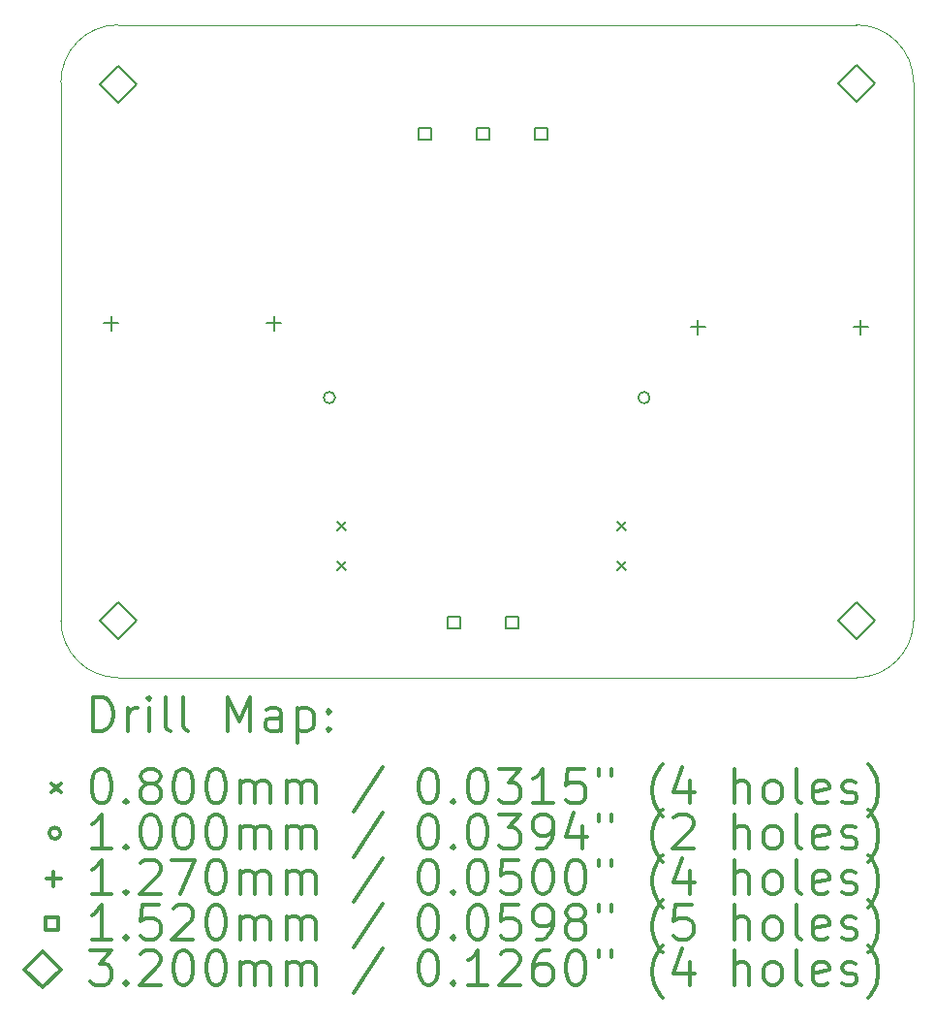
<source format=gbr>
%FSLAX45Y45*%
G04 Gerber Fmt 4.5, Leading zero omitted, Abs format (unit mm)*
G04 Created by KiCad (PCBNEW 5.1.10) date 2021-08-16 10:49:48*
%MOMM*%
%LPD*%
G01*
G04 APERTURE LIST*
%TA.AperFunction,Profile*%
%ADD10C,0.050000*%
%TD*%
%ADD11C,0.200000*%
%ADD12C,0.300000*%
G04 APERTURE END LIST*
D10*
X11550000Y-7625000D02*
G75*
G02*
X12050000Y-7125000I500000J0D01*
G01*
X19000000Y-12325000D02*
G75*
G02*
X18500000Y-12825000I-500000J0D01*
G01*
X12050000Y-12825000D02*
G75*
G02*
X11550000Y-12325000I0J500000D01*
G01*
X18500000Y-7125000D02*
G75*
G02*
X19000000Y-7625000I0J-500000D01*
G01*
X11550000Y-12325000D02*
X11550000Y-7625000D01*
X18500000Y-7125000D02*
X12050000Y-7125000D01*
X19000000Y-12325000D02*
X19000000Y-7625000D01*
X12050000Y-12825000D02*
X18500000Y-12825000D01*
D11*
X13960000Y-11460000D02*
X14040000Y-11540000D01*
X14040000Y-11460000D02*
X13960000Y-11540000D01*
X13960000Y-11810000D02*
X14040000Y-11890000D01*
X14040000Y-11810000D02*
X13960000Y-11890000D01*
X16410000Y-11460000D02*
X16490000Y-11540000D01*
X16490000Y-11460000D02*
X16410000Y-11540000D01*
X16410000Y-11810000D02*
X16490000Y-11890000D01*
X16490000Y-11810000D02*
X16410000Y-11890000D01*
X13945000Y-10380000D02*
G75*
G03*
X13945000Y-10380000I-50000J0D01*
G01*
X16695000Y-10380000D02*
G75*
G03*
X16695000Y-10380000I-50000J0D01*
G01*
X11988800Y-9664700D02*
X11988800Y-9791700D01*
X11925300Y-9728200D02*
X12052300Y-9728200D01*
X13411200Y-9664700D02*
X13411200Y-9791700D01*
X13347700Y-9728200D02*
X13474700Y-9728200D01*
X17113800Y-9701500D02*
X17113800Y-9828500D01*
X17050300Y-9765000D02*
X17177300Y-9765000D01*
X18536200Y-9701500D02*
X18536200Y-9828500D01*
X18472700Y-9765000D02*
X18599700Y-9765000D01*
X14785741Y-8130941D02*
X14785741Y-8023459D01*
X14678259Y-8023459D01*
X14678259Y-8130941D01*
X14785741Y-8130941D01*
X15039741Y-12398141D02*
X15039741Y-12290659D01*
X14932259Y-12290659D01*
X14932259Y-12398141D01*
X15039741Y-12398141D01*
X15293741Y-8130941D02*
X15293741Y-8023459D01*
X15186259Y-8023459D01*
X15186259Y-8130941D01*
X15293741Y-8130941D01*
X15547741Y-12398141D02*
X15547741Y-12290659D01*
X15440259Y-12290659D01*
X15440259Y-12398141D01*
X15547741Y-12398141D01*
X15801741Y-8130941D02*
X15801741Y-8023459D01*
X15694259Y-8023459D01*
X15694259Y-8130941D01*
X15801741Y-8130941D01*
X12050000Y-7804000D02*
X12210000Y-7644000D01*
X12050000Y-7484000D01*
X11890000Y-7644000D01*
X12050000Y-7804000D01*
X12050000Y-12484000D02*
X12210000Y-12324000D01*
X12050000Y-12164000D01*
X11890000Y-12324000D01*
X12050000Y-12484000D01*
X18500000Y-7795000D02*
X18660000Y-7635000D01*
X18500000Y-7475000D01*
X18340000Y-7635000D01*
X18500000Y-7795000D01*
X18500000Y-12489000D02*
X18660000Y-12329000D01*
X18500000Y-12169000D01*
X18340000Y-12329000D01*
X18500000Y-12489000D01*
D12*
X11833928Y-13293214D02*
X11833928Y-12993214D01*
X11905357Y-12993214D01*
X11948214Y-13007500D01*
X11976786Y-13036071D01*
X11991071Y-13064643D01*
X12005357Y-13121786D01*
X12005357Y-13164643D01*
X11991071Y-13221786D01*
X11976786Y-13250357D01*
X11948214Y-13278929D01*
X11905357Y-13293214D01*
X11833928Y-13293214D01*
X12133928Y-13293214D02*
X12133928Y-13093214D01*
X12133928Y-13150357D02*
X12148214Y-13121786D01*
X12162500Y-13107500D01*
X12191071Y-13093214D01*
X12219643Y-13093214D01*
X12319643Y-13293214D02*
X12319643Y-13093214D01*
X12319643Y-12993214D02*
X12305357Y-13007500D01*
X12319643Y-13021786D01*
X12333928Y-13007500D01*
X12319643Y-12993214D01*
X12319643Y-13021786D01*
X12505357Y-13293214D02*
X12476786Y-13278929D01*
X12462500Y-13250357D01*
X12462500Y-12993214D01*
X12662500Y-13293214D02*
X12633928Y-13278929D01*
X12619643Y-13250357D01*
X12619643Y-12993214D01*
X13005357Y-13293214D02*
X13005357Y-12993214D01*
X13105357Y-13207500D01*
X13205357Y-12993214D01*
X13205357Y-13293214D01*
X13476786Y-13293214D02*
X13476786Y-13136071D01*
X13462500Y-13107500D01*
X13433928Y-13093214D01*
X13376786Y-13093214D01*
X13348214Y-13107500D01*
X13476786Y-13278929D02*
X13448214Y-13293214D01*
X13376786Y-13293214D01*
X13348214Y-13278929D01*
X13333928Y-13250357D01*
X13333928Y-13221786D01*
X13348214Y-13193214D01*
X13376786Y-13178929D01*
X13448214Y-13178929D01*
X13476786Y-13164643D01*
X13619643Y-13093214D02*
X13619643Y-13393214D01*
X13619643Y-13107500D02*
X13648214Y-13093214D01*
X13705357Y-13093214D01*
X13733928Y-13107500D01*
X13748214Y-13121786D01*
X13762500Y-13150357D01*
X13762500Y-13236071D01*
X13748214Y-13264643D01*
X13733928Y-13278929D01*
X13705357Y-13293214D01*
X13648214Y-13293214D01*
X13619643Y-13278929D01*
X13891071Y-13264643D02*
X13905357Y-13278929D01*
X13891071Y-13293214D01*
X13876786Y-13278929D01*
X13891071Y-13264643D01*
X13891071Y-13293214D01*
X13891071Y-13107500D02*
X13905357Y-13121786D01*
X13891071Y-13136071D01*
X13876786Y-13121786D01*
X13891071Y-13107500D01*
X13891071Y-13136071D01*
X11467500Y-13747500D02*
X11547500Y-13827500D01*
X11547500Y-13747500D02*
X11467500Y-13827500D01*
X11891071Y-13623214D02*
X11919643Y-13623214D01*
X11948214Y-13637500D01*
X11962500Y-13651786D01*
X11976786Y-13680357D01*
X11991071Y-13737500D01*
X11991071Y-13808929D01*
X11976786Y-13866071D01*
X11962500Y-13894643D01*
X11948214Y-13908929D01*
X11919643Y-13923214D01*
X11891071Y-13923214D01*
X11862500Y-13908929D01*
X11848214Y-13894643D01*
X11833928Y-13866071D01*
X11819643Y-13808929D01*
X11819643Y-13737500D01*
X11833928Y-13680357D01*
X11848214Y-13651786D01*
X11862500Y-13637500D01*
X11891071Y-13623214D01*
X12119643Y-13894643D02*
X12133928Y-13908929D01*
X12119643Y-13923214D01*
X12105357Y-13908929D01*
X12119643Y-13894643D01*
X12119643Y-13923214D01*
X12305357Y-13751786D02*
X12276786Y-13737500D01*
X12262500Y-13723214D01*
X12248214Y-13694643D01*
X12248214Y-13680357D01*
X12262500Y-13651786D01*
X12276786Y-13637500D01*
X12305357Y-13623214D01*
X12362500Y-13623214D01*
X12391071Y-13637500D01*
X12405357Y-13651786D01*
X12419643Y-13680357D01*
X12419643Y-13694643D01*
X12405357Y-13723214D01*
X12391071Y-13737500D01*
X12362500Y-13751786D01*
X12305357Y-13751786D01*
X12276786Y-13766071D01*
X12262500Y-13780357D01*
X12248214Y-13808929D01*
X12248214Y-13866071D01*
X12262500Y-13894643D01*
X12276786Y-13908929D01*
X12305357Y-13923214D01*
X12362500Y-13923214D01*
X12391071Y-13908929D01*
X12405357Y-13894643D01*
X12419643Y-13866071D01*
X12419643Y-13808929D01*
X12405357Y-13780357D01*
X12391071Y-13766071D01*
X12362500Y-13751786D01*
X12605357Y-13623214D02*
X12633928Y-13623214D01*
X12662500Y-13637500D01*
X12676786Y-13651786D01*
X12691071Y-13680357D01*
X12705357Y-13737500D01*
X12705357Y-13808929D01*
X12691071Y-13866071D01*
X12676786Y-13894643D01*
X12662500Y-13908929D01*
X12633928Y-13923214D01*
X12605357Y-13923214D01*
X12576786Y-13908929D01*
X12562500Y-13894643D01*
X12548214Y-13866071D01*
X12533928Y-13808929D01*
X12533928Y-13737500D01*
X12548214Y-13680357D01*
X12562500Y-13651786D01*
X12576786Y-13637500D01*
X12605357Y-13623214D01*
X12891071Y-13623214D02*
X12919643Y-13623214D01*
X12948214Y-13637500D01*
X12962500Y-13651786D01*
X12976786Y-13680357D01*
X12991071Y-13737500D01*
X12991071Y-13808929D01*
X12976786Y-13866071D01*
X12962500Y-13894643D01*
X12948214Y-13908929D01*
X12919643Y-13923214D01*
X12891071Y-13923214D01*
X12862500Y-13908929D01*
X12848214Y-13894643D01*
X12833928Y-13866071D01*
X12819643Y-13808929D01*
X12819643Y-13737500D01*
X12833928Y-13680357D01*
X12848214Y-13651786D01*
X12862500Y-13637500D01*
X12891071Y-13623214D01*
X13119643Y-13923214D02*
X13119643Y-13723214D01*
X13119643Y-13751786D02*
X13133928Y-13737500D01*
X13162500Y-13723214D01*
X13205357Y-13723214D01*
X13233928Y-13737500D01*
X13248214Y-13766071D01*
X13248214Y-13923214D01*
X13248214Y-13766071D02*
X13262500Y-13737500D01*
X13291071Y-13723214D01*
X13333928Y-13723214D01*
X13362500Y-13737500D01*
X13376786Y-13766071D01*
X13376786Y-13923214D01*
X13519643Y-13923214D02*
X13519643Y-13723214D01*
X13519643Y-13751786D02*
X13533928Y-13737500D01*
X13562500Y-13723214D01*
X13605357Y-13723214D01*
X13633928Y-13737500D01*
X13648214Y-13766071D01*
X13648214Y-13923214D01*
X13648214Y-13766071D02*
X13662500Y-13737500D01*
X13691071Y-13723214D01*
X13733928Y-13723214D01*
X13762500Y-13737500D01*
X13776786Y-13766071D01*
X13776786Y-13923214D01*
X14362500Y-13608929D02*
X14105357Y-13994643D01*
X14748214Y-13623214D02*
X14776786Y-13623214D01*
X14805357Y-13637500D01*
X14819643Y-13651786D01*
X14833928Y-13680357D01*
X14848214Y-13737500D01*
X14848214Y-13808929D01*
X14833928Y-13866071D01*
X14819643Y-13894643D01*
X14805357Y-13908929D01*
X14776786Y-13923214D01*
X14748214Y-13923214D01*
X14719643Y-13908929D01*
X14705357Y-13894643D01*
X14691071Y-13866071D01*
X14676786Y-13808929D01*
X14676786Y-13737500D01*
X14691071Y-13680357D01*
X14705357Y-13651786D01*
X14719643Y-13637500D01*
X14748214Y-13623214D01*
X14976786Y-13894643D02*
X14991071Y-13908929D01*
X14976786Y-13923214D01*
X14962500Y-13908929D01*
X14976786Y-13894643D01*
X14976786Y-13923214D01*
X15176786Y-13623214D02*
X15205357Y-13623214D01*
X15233928Y-13637500D01*
X15248214Y-13651786D01*
X15262500Y-13680357D01*
X15276786Y-13737500D01*
X15276786Y-13808929D01*
X15262500Y-13866071D01*
X15248214Y-13894643D01*
X15233928Y-13908929D01*
X15205357Y-13923214D01*
X15176786Y-13923214D01*
X15148214Y-13908929D01*
X15133928Y-13894643D01*
X15119643Y-13866071D01*
X15105357Y-13808929D01*
X15105357Y-13737500D01*
X15119643Y-13680357D01*
X15133928Y-13651786D01*
X15148214Y-13637500D01*
X15176786Y-13623214D01*
X15376786Y-13623214D02*
X15562500Y-13623214D01*
X15462500Y-13737500D01*
X15505357Y-13737500D01*
X15533928Y-13751786D01*
X15548214Y-13766071D01*
X15562500Y-13794643D01*
X15562500Y-13866071D01*
X15548214Y-13894643D01*
X15533928Y-13908929D01*
X15505357Y-13923214D01*
X15419643Y-13923214D01*
X15391071Y-13908929D01*
X15376786Y-13894643D01*
X15848214Y-13923214D02*
X15676786Y-13923214D01*
X15762500Y-13923214D02*
X15762500Y-13623214D01*
X15733928Y-13666071D01*
X15705357Y-13694643D01*
X15676786Y-13708929D01*
X16119643Y-13623214D02*
X15976786Y-13623214D01*
X15962500Y-13766071D01*
X15976786Y-13751786D01*
X16005357Y-13737500D01*
X16076786Y-13737500D01*
X16105357Y-13751786D01*
X16119643Y-13766071D01*
X16133928Y-13794643D01*
X16133928Y-13866071D01*
X16119643Y-13894643D01*
X16105357Y-13908929D01*
X16076786Y-13923214D01*
X16005357Y-13923214D01*
X15976786Y-13908929D01*
X15962500Y-13894643D01*
X16248214Y-13623214D02*
X16248214Y-13680357D01*
X16362500Y-13623214D02*
X16362500Y-13680357D01*
X16805357Y-14037500D02*
X16791071Y-14023214D01*
X16762500Y-13980357D01*
X16748214Y-13951786D01*
X16733928Y-13908929D01*
X16719643Y-13837500D01*
X16719643Y-13780357D01*
X16733928Y-13708929D01*
X16748214Y-13666071D01*
X16762500Y-13637500D01*
X16791071Y-13594643D01*
X16805357Y-13580357D01*
X17048214Y-13723214D02*
X17048214Y-13923214D01*
X16976786Y-13608929D02*
X16905357Y-13823214D01*
X17091071Y-13823214D01*
X17433928Y-13923214D02*
X17433928Y-13623214D01*
X17562500Y-13923214D02*
X17562500Y-13766071D01*
X17548214Y-13737500D01*
X17519643Y-13723214D01*
X17476786Y-13723214D01*
X17448214Y-13737500D01*
X17433928Y-13751786D01*
X17748214Y-13923214D02*
X17719643Y-13908929D01*
X17705357Y-13894643D01*
X17691071Y-13866071D01*
X17691071Y-13780357D01*
X17705357Y-13751786D01*
X17719643Y-13737500D01*
X17748214Y-13723214D01*
X17791071Y-13723214D01*
X17819643Y-13737500D01*
X17833928Y-13751786D01*
X17848214Y-13780357D01*
X17848214Y-13866071D01*
X17833928Y-13894643D01*
X17819643Y-13908929D01*
X17791071Y-13923214D01*
X17748214Y-13923214D01*
X18019643Y-13923214D02*
X17991071Y-13908929D01*
X17976786Y-13880357D01*
X17976786Y-13623214D01*
X18248214Y-13908929D02*
X18219643Y-13923214D01*
X18162500Y-13923214D01*
X18133928Y-13908929D01*
X18119643Y-13880357D01*
X18119643Y-13766071D01*
X18133928Y-13737500D01*
X18162500Y-13723214D01*
X18219643Y-13723214D01*
X18248214Y-13737500D01*
X18262500Y-13766071D01*
X18262500Y-13794643D01*
X18119643Y-13823214D01*
X18376786Y-13908929D02*
X18405357Y-13923214D01*
X18462500Y-13923214D01*
X18491071Y-13908929D01*
X18505357Y-13880357D01*
X18505357Y-13866071D01*
X18491071Y-13837500D01*
X18462500Y-13823214D01*
X18419643Y-13823214D01*
X18391071Y-13808929D01*
X18376786Y-13780357D01*
X18376786Y-13766071D01*
X18391071Y-13737500D01*
X18419643Y-13723214D01*
X18462500Y-13723214D01*
X18491071Y-13737500D01*
X18605357Y-14037500D02*
X18619643Y-14023214D01*
X18648214Y-13980357D01*
X18662500Y-13951786D01*
X18676786Y-13908929D01*
X18691071Y-13837500D01*
X18691071Y-13780357D01*
X18676786Y-13708929D01*
X18662500Y-13666071D01*
X18648214Y-13637500D01*
X18619643Y-13594643D01*
X18605357Y-13580357D01*
X11547500Y-14183500D02*
G75*
G03*
X11547500Y-14183500I-50000J0D01*
G01*
X11991071Y-14319214D02*
X11819643Y-14319214D01*
X11905357Y-14319214D02*
X11905357Y-14019214D01*
X11876786Y-14062071D01*
X11848214Y-14090643D01*
X11819643Y-14104929D01*
X12119643Y-14290643D02*
X12133928Y-14304929D01*
X12119643Y-14319214D01*
X12105357Y-14304929D01*
X12119643Y-14290643D01*
X12119643Y-14319214D01*
X12319643Y-14019214D02*
X12348214Y-14019214D01*
X12376786Y-14033500D01*
X12391071Y-14047786D01*
X12405357Y-14076357D01*
X12419643Y-14133500D01*
X12419643Y-14204929D01*
X12405357Y-14262071D01*
X12391071Y-14290643D01*
X12376786Y-14304929D01*
X12348214Y-14319214D01*
X12319643Y-14319214D01*
X12291071Y-14304929D01*
X12276786Y-14290643D01*
X12262500Y-14262071D01*
X12248214Y-14204929D01*
X12248214Y-14133500D01*
X12262500Y-14076357D01*
X12276786Y-14047786D01*
X12291071Y-14033500D01*
X12319643Y-14019214D01*
X12605357Y-14019214D02*
X12633928Y-14019214D01*
X12662500Y-14033500D01*
X12676786Y-14047786D01*
X12691071Y-14076357D01*
X12705357Y-14133500D01*
X12705357Y-14204929D01*
X12691071Y-14262071D01*
X12676786Y-14290643D01*
X12662500Y-14304929D01*
X12633928Y-14319214D01*
X12605357Y-14319214D01*
X12576786Y-14304929D01*
X12562500Y-14290643D01*
X12548214Y-14262071D01*
X12533928Y-14204929D01*
X12533928Y-14133500D01*
X12548214Y-14076357D01*
X12562500Y-14047786D01*
X12576786Y-14033500D01*
X12605357Y-14019214D01*
X12891071Y-14019214D02*
X12919643Y-14019214D01*
X12948214Y-14033500D01*
X12962500Y-14047786D01*
X12976786Y-14076357D01*
X12991071Y-14133500D01*
X12991071Y-14204929D01*
X12976786Y-14262071D01*
X12962500Y-14290643D01*
X12948214Y-14304929D01*
X12919643Y-14319214D01*
X12891071Y-14319214D01*
X12862500Y-14304929D01*
X12848214Y-14290643D01*
X12833928Y-14262071D01*
X12819643Y-14204929D01*
X12819643Y-14133500D01*
X12833928Y-14076357D01*
X12848214Y-14047786D01*
X12862500Y-14033500D01*
X12891071Y-14019214D01*
X13119643Y-14319214D02*
X13119643Y-14119214D01*
X13119643Y-14147786D02*
X13133928Y-14133500D01*
X13162500Y-14119214D01*
X13205357Y-14119214D01*
X13233928Y-14133500D01*
X13248214Y-14162071D01*
X13248214Y-14319214D01*
X13248214Y-14162071D02*
X13262500Y-14133500D01*
X13291071Y-14119214D01*
X13333928Y-14119214D01*
X13362500Y-14133500D01*
X13376786Y-14162071D01*
X13376786Y-14319214D01*
X13519643Y-14319214D02*
X13519643Y-14119214D01*
X13519643Y-14147786D02*
X13533928Y-14133500D01*
X13562500Y-14119214D01*
X13605357Y-14119214D01*
X13633928Y-14133500D01*
X13648214Y-14162071D01*
X13648214Y-14319214D01*
X13648214Y-14162071D02*
X13662500Y-14133500D01*
X13691071Y-14119214D01*
X13733928Y-14119214D01*
X13762500Y-14133500D01*
X13776786Y-14162071D01*
X13776786Y-14319214D01*
X14362500Y-14004929D02*
X14105357Y-14390643D01*
X14748214Y-14019214D02*
X14776786Y-14019214D01*
X14805357Y-14033500D01*
X14819643Y-14047786D01*
X14833928Y-14076357D01*
X14848214Y-14133500D01*
X14848214Y-14204929D01*
X14833928Y-14262071D01*
X14819643Y-14290643D01*
X14805357Y-14304929D01*
X14776786Y-14319214D01*
X14748214Y-14319214D01*
X14719643Y-14304929D01*
X14705357Y-14290643D01*
X14691071Y-14262071D01*
X14676786Y-14204929D01*
X14676786Y-14133500D01*
X14691071Y-14076357D01*
X14705357Y-14047786D01*
X14719643Y-14033500D01*
X14748214Y-14019214D01*
X14976786Y-14290643D02*
X14991071Y-14304929D01*
X14976786Y-14319214D01*
X14962500Y-14304929D01*
X14976786Y-14290643D01*
X14976786Y-14319214D01*
X15176786Y-14019214D02*
X15205357Y-14019214D01*
X15233928Y-14033500D01*
X15248214Y-14047786D01*
X15262500Y-14076357D01*
X15276786Y-14133500D01*
X15276786Y-14204929D01*
X15262500Y-14262071D01*
X15248214Y-14290643D01*
X15233928Y-14304929D01*
X15205357Y-14319214D01*
X15176786Y-14319214D01*
X15148214Y-14304929D01*
X15133928Y-14290643D01*
X15119643Y-14262071D01*
X15105357Y-14204929D01*
X15105357Y-14133500D01*
X15119643Y-14076357D01*
X15133928Y-14047786D01*
X15148214Y-14033500D01*
X15176786Y-14019214D01*
X15376786Y-14019214D02*
X15562500Y-14019214D01*
X15462500Y-14133500D01*
X15505357Y-14133500D01*
X15533928Y-14147786D01*
X15548214Y-14162071D01*
X15562500Y-14190643D01*
X15562500Y-14262071D01*
X15548214Y-14290643D01*
X15533928Y-14304929D01*
X15505357Y-14319214D01*
X15419643Y-14319214D01*
X15391071Y-14304929D01*
X15376786Y-14290643D01*
X15705357Y-14319214D02*
X15762500Y-14319214D01*
X15791071Y-14304929D01*
X15805357Y-14290643D01*
X15833928Y-14247786D01*
X15848214Y-14190643D01*
X15848214Y-14076357D01*
X15833928Y-14047786D01*
X15819643Y-14033500D01*
X15791071Y-14019214D01*
X15733928Y-14019214D01*
X15705357Y-14033500D01*
X15691071Y-14047786D01*
X15676786Y-14076357D01*
X15676786Y-14147786D01*
X15691071Y-14176357D01*
X15705357Y-14190643D01*
X15733928Y-14204929D01*
X15791071Y-14204929D01*
X15819643Y-14190643D01*
X15833928Y-14176357D01*
X15848214Y-14147786D01*
X16105357Y-14119214D02*
X16105357Y-14319214D01*
X16033928Y-14004929D02*
X15962500Y-14219214D01*
X16148214Y-14219214D01*
X16248214Y-14019214D02*
X16248214Y-14076357D01*
X16362500Y-14019214D02*
X16362500Y-14076357D01*
X16805357Y-14433500D02*
X16791071Y-14419214D01*
X16762500Y-14376357D01*
X16748214Y-14347786D01*
X16733928Y-14304929D01*
X16719643Y-14233500D01*
X16719643Y-14176357D01*
X16733928Y-14104929D01*
X16748214Y-14062071D01*
X16762500Y-14033500D01*
X16791071Y-13990643D01*
X16805357Y-13976357D01*
X16905357Y-14047786D02*
X16919643Y-14033500D01*
X16948214Y-14019214D01*
X17019643Y-14019214D01*
X17048214Y-14033500D01*
X17062500Y-14047786D01*
X17076786Y-14076357D01*
X17076786Y-14104929D01*
X17062500Y-14147786D01*
X16891071Y-14319214D01*
X17076786Y-14319214D01*
X17433928Y-14319214D02*
X17433928Y-14019214D01*
X17562500Y-14319214D02*
X17562500Y-14162071D01*
X17548214Y-14133500D01*
X17519643Y-14119214D01*
X17476786Y-14119214D01*
X17448214Y-14133500D01*
X17433928Y-14147786D01*
X17748214Y-14319214D02*
X17719643Y-14304929D01*
X17705357Y-14290643D01*
X17691071Y-14262071D01*
X17691071Y-14176357D01*
X17705357Y-14147786D01*
X17719643Y-14133500D01*
X17748214Y-14119214D01*
X17791071Y-14119214D01*
X17819643Y-14133500D01*
X17833928Y-14147786D01*
X17848214Y-14176357D01*
X17848214Y-14262071D01*
X17833928Y-14290643D01*
X17819643Y-14304929D01*
X17791071Y-14319214D01*
X17748214Y-14319214D01*
X18019643Y-14319214D02*
X17991071Y-14304929D01*
X17976786Y-14276357D01*
X17976786Y-14019214D01*
X18248214Y-14304929D02*
X18219643Y-14319214D01*
X18162500Y-14319214D01*
X18133928Y-14304929D01*
X18119643Y-14276357D01*
X18119643Y-14162071D01*
X18133928Y-14133500D01*
X18162500Y-14119214D01*
X18219643Y-14119214D01*
X18248214Y-14133500D01*
X18262500Y-14162071D01*
X18262500Y-14190643D01*
X18119643Y-14219214D01*
X18376786Y-14304929D02*
X18405357Y-14319214D01*
X18462500Y-14319214D01*
X18491071Y-14304929D01*
X18505357Y-14276357D01*
X18505357Y-14262071D01*
X18491071Y-14233500D01*
X18462500Y-14219214D01*
X18419643Y-14219214D01*
X18391071Y-14204929D01*
X18376786Y-14176357D01*
X18376786Y-14162071D01*
X18391071Y-14133500D01*
X18419643Y-14119214D01*
X18462500Y-14119214D01*
X18491071Y-14133500D01*
X18605357Y-14433500D02*
X18619643Y-14419214D01*
X18648214Y-14376357D01*
X18662500Y-14347786D01*
X18676786Y-14304929D01*
X18691071Y-14233500D01*
X18691071Y-14176357D01*
X18676786Y-14104929D01*
X18662500Y-14062071D01*
X18648214Y-14033500D01*
X18619643Y-13990643D01*
X18605357Y-13976357D01*
X11484000Y-14516000D02*
X11484000Y-14643000D01*
X11420500Y-14579500D02*
X11547500Y-14579500D01*
X11991071Y-14715214D02*
X11819643Y-14715214D01*
X11905357Y-14715214D02*
X11905357Y-14415214D01*
X11876786Y-14458071D01*
X11848214Y-14486643D01*
X11819643Y-14500929D01*
X12119643Y-14686643D02*
X12133928Y-14700929D01*
X12119643Y-14715214D01*
X12105357Y-14700929D01*
X12119643Y-14686643D01*
X12119643Y-14715214D01*
X12248214Y-14443786D02*
X12262500Y-14429500D01*
X12291071Y-14415214D01*
X12362500Y-14415214D01*
X12391071Y-14429500D01*
X12405357Y-14443786D01*
X12419643Y-14472357D01*
X12419643Y-14500929D01*
X12405357Y-14543786D01*
X12233928Y-14715214D01*
X12419643Y-14715214D01*
X12519643Y-14415214D02*
X12719643Y-14415214D01*
X12591071Y-14715214D01*
X12891071Y-14415214D02*
X12919643Y-14415214D01*
X12948214Y-14429500D01*
X12962500Y-14443786D01*
X12976786Y-14472357D01*
X12991071Y-14529500D01*
X12991071Y-14600929D01*
X12976786Y-14658071D01*
X12962500Y-14686643D01*
X12948214Y-14700929D01*
X12919643Y-14715214D01*
X12891071Y-14715214D01*
X12862500Y-14700929D01*
X12848214Y-14686643D01*
X12833928Y-14658071D01*
X12819643Y-14600929D01*
X12819643Y-14529500D01*
X12833928Y-14472357D01*
X12848214Y-14443786D01*
X12862500Y-14429500D01*
X12891071Y-14415214D01*
X13119643Y-14715214D02*
X13119643Y-14515214D01*
X13119643Y-14543786D02*
X13133928Y-14529500D01*
X13162500Y-14515214D01*
X13205357Y-14515214D01*
X13233928Y-14529500D01*
X13248214Y-14558071D01*
X13248214Y-14715214D01*
X13248214Y-14558071D02*
X13262500Y-14529500D01*
X13291071Y-14515214D01*
X13333928Y-14515214D01*
X13362500Y-14529500D01*
X13376786Y-14558071D01*
X13376786Y-14715214D01*
X13519643Y-14715214D02*
X13519643Y-14515214D01*
X13519643Y-14543786D02*
X13533928Y-14529500D01*
X13562500Y-14515214D01*
X13605357Y-14515214D01*
X13633928Y-14529500D01*
X13648214Y-14558071D01*
X13648214Y-14715214D01*
X13648214Y-14558071D02*
X13662500Y-14529500D01*
X13691071Y-14515214D01*
X13733928Y-14515214D01*
X13762500Y-14529500D01*
X13776786Y-14558071D01*
X13776786Y-14715214D01*
X14362500Y-14400929D02*
X14105357Y-14786643D01*
X14748214Y-14415214D02*
X14776786Y-14415214D01*
X14805357Y-14429500D01*
X14819643Y-14443786D01*
X14833928Y-14472357D01*
X14848214Y-14529500D01*
X14848214Y-14600929D01*
X14833928Y-14658071D01*
X14819643Y-14686643D01*
X14805357Y-14700929D01*
X14776786Y-14715214D01*
X14748214Y-14715214D01*
X14719643Y-14700929D01*
X14705357Y-14686643D01*
X14691071Y-14658071D01*
X14676786Y-14600929D01*
X14676786Y-14529500D01*
X14691071Y-14472357D01*
X14705357Y-14443786D01*
X14719643Y-14429500D01*
X14748214Y-14415214D01*
X14976786Y-14686643D02*
X14991071Y-14700929D01*
X14976786Y-14715214D01*
X14962500Y-14700929D01*
X14976786Y-14686643D01*
X14976786Y-14715214D01*
X15176786Y-14415214D02*
X15205357Y-14415214D01*
X15233928Y-14429500D01*
X15248214Y-14443786D01*
X15262500Y-14472357D01*
X15276786Y-14529500D01*
X15276786Y-14600929D01*
X15262500Y-14658071D01*
X15248214Y-14686643D01*
X15233928Y-14700929D01*
X15205357Y-14715214D01*
X15176786Y-14715214D01*
X15148214Y-14700929D01*
X15133928Y-14686643D01*
X15119643Y-14658071D01*
X15105357Y-14600929D01*
X15105357Y-14529500D01*
X15119643Y-14472357D01*
X15133928Y-14443786D01*
X15148214Y-14429500D01*
X15176786Y-14415214D01*
X15548214Y-14415214D02*
X15405357Y-14415214D01*
X15391071Y-14558071D01*
X15405357Y-14543786D01*
X15433928Y-14529500D01*
X15505357Y-14529500D01*
X15533928Y-14543786D01*
X15548214Y-14558071D01*
X15562500Y-14586643D01*
X15562500Y-14658071D01*
X15548214Y-14686643D01*
X15533928Y-14700929D01*
X15505357Y-14715214D01*
X15433928Y-14715214D01*
X15405357Y-14700929D01*
X15391071Y-14686643D01*
X15748214Y-14415214D02*
X15776786Y-14415214D01*
X15805357Y-14429500D01*
X15819643Y-14443786D01*
X15833928Y-14472357D01*
X15848214Y-14529500D01*
X15848214Y-14600929D01*
X15833928Y-14658071D01*
X15819643Y-14686643D01*
X15805357Y-14700929D01*
X15776786Y-14715214D01*
X15748214Y-14715214D01*
X15719643Y-14700929D01*
X15705357Y-14686643D01*
X15691071Y-14658071D01*
X15676786Y-14600929D01*
X15676786Y-14529500D01*
X15691071Y-14472357D01*
X15705357Y-14443786D01*
X15719643Y-14429500D01*
X15748214Y-14415214D01*
X16033928Y-14415214D02*
X16062500Y-14415214D01*
X16091071Y-14429500D01*
X16105357Y-14443786D01*
X16119643Y-14472357D01*
X16133928Y-14529500D01*
X16133928Y-14600929D01*
X16119643Y-14658071D01*
X16105357Y-14686643D01*
X16091071Y-14700929D01*
X16062500Y-14715214D01*
X16033928Y-14715214D01*
X16005357Y-14700929D01*
X15991071Y-14686643D01*
X15976786Y-14658071D01*
X15962500Y-14600929D01*
X15962500Y-14529500D01*
X15976786Y-14472357D01*
X15991071Y-14443786D01*
X16005357Y-14429500D01*
X16033928Y-14415214D01*
X16248214Y-14415214D02*
X16248214Y-14472357D01*
X16362500Y-14415214D02*
X16362500Y-14472357D01*
X16805357Y-14829500D02*
X16791071Y-14815214D01*
X16762500Y-14772357D01*
X16748214Y-14743786D01*
X16733928Y-14700929D01*
X16719643Y-14629500D01*
X16719643Y-14572357D01*
X16733928Y-14500929D01*
X16748214Y-14458071D01*
X16762500Y-14429500D01*
X16791071Y-14386643D01*
X16805357Y-14372357D01*
X17048214Y-14515214D02*
X17048214Y-14715214D01*
X16976786Y-14400929D02*
X16905357Y-14615214D01*
X17091071Y-14615214D01*
X17433928Y-14715214D02*
X17433928Y-14415214D01*
X17562500Y-14715214D02*
X17562500Y-14558071D01*
X17548214Y-14529500D01*
X17519643Y-14515214D01*
X17476786Y-14515214D01*
X17448214Y-14529500D01*
X17433928Y-14543786D01*
X17748214Y-14715214D02*
X17719643Y-14700929D01*
X17705357Y-14686643D01*
X17691071Y-14658071D01*
X17691071Y-14572357D01*
X17705357Y-14543786D01*
X17719643Y-14529500D01*
X17748214Y-14515214D01*
X17791071Y-14515214D01*
X17819643Y-14529500D01*
X17833928Y-14543786D01*
X17848214Y-14572357D01*
X17848214Y-14658071D01*
X17833928Y-14686643D01*
X17819643Y-14700929D01*
X17791071Y-14715214D01*
X17748214Y-14715214D01*
X18019643Y-14715214D02*
X17991071Y-14700929D01*
X17976786Y-14672357D01*
X17976786Y-14415214D01*
X18248214Y-14700929D02*
X18219643Y-14715214D01*
X18162500Y-14715214D01*
X18133928Y-14700929D01*
X18119643Y-14672357D01*
X18119643Y-14558071D01*
X18133928Y-14529500D01*
X18162500Y-14515214D01*
X18219643Y-14515214D01*
X18248214Y-14529500D01*
X18262500Y-14558071D01*
X18262500Y-14586643D01*
X18119643Y-14615214D01*
X18376786Y-14700929D02*
X18405357Y-14715214D01*
X18462500Y-14715214D01*
X18491071Y-14700929D01*
X18505357Y-14672357D01*
X18505357Y-14658071D01*
X18491071Y-14629500D01*
X18462500Y-14615214D01*
X18419643Y-14615214D01*
X18391071Y-14600929D01*
X18376786Y-14572357D01*
X18376786Y-14558071D01*
X18391071Y-14529500D01*
X18419643Y-14515214D01*
X18462500Y-14515214D01*
X18491071Y-14529500D01*
X18605357Y-14829500D02*
X18619643Y-14815214D01*
X18648214Y-14772357D01*
X18662500Y-14743786D01*
X18676786Y-14700929D01*
X18691071Y-14629500D01*
X18691071Y-14572357D01*
X18676786Y-14500929D01*
X18662500Y-14458071D01*
X18648214Y-14429500D01*
X18619643Y-14386643D01*
X18605357Y-14372357D01*
X11525240Y-15029241D02*
X11525240Y-14921759D01*
X11417759Y-14921759D01*
X11417759Y-15029241D01*
X11525240Y-15029241D01*
X11991071Y-15111214D02*
X11819643Y-15111214D01*
X11905357Y-15111214D02*
X11905357Y-14811214D01*
X11876786Y-14854071D01*
X11848214Y-14882643D01*
X11819643Y-14896929D01*
X12119643Y-15082643D02*
X12133928Y-15096929D01*
X12119643Y-15111214D01*
X12105357Y-15096929D01*
X12119643Y-15082643D01*
X12119643Y-15111214D01*
X12405357Y-14811214D02*
X12262500Y-14811214D01*
X12248214Y-14954071D01*
X12262500Y-14939786D01*
X12291071Y-14925500D01*
X12362500Y-14925500D01*
X12391071Y-14939786D01*
X12405357Y-14954071D01*
X12419643Y-14982643D01*
X12419643Y-15054071D01*
X12405357Y-15082643D01*
X12391071Y-15096929D01*
X12362500Y-15111214D01*
X12291071Y-15111214D01*
X12262500Y-15096929D01*
X12248214Y-15082643D01*
X12533928Y-14839786D02*
X12548214Y-14825500D01*
X12576786Y-14811214D01*
X12648214Y-14811214D01*
X12676786Y-14825500D01*
X12691071Y-14839786D01*
X12705357Y-14868357D01*
X12705357Y-14896929D01*
X12691071Y-14939786D01*
X12519643Y-15111214D01*
X12705357Y-15111214D01*
X12891071Y-14811214D02*
X12919643Y-14811214D01*
X12948214Y-14825500D01*
X12962500Y-14839786D01*
X12976786Y-14868357D01*
X12991071Y-14925500D01*
X12991071Y-14996929D01*
X12976786Y-15054071D01*
X12962500Y-15082643D01*
X12948214Y-15096929D01*
X12919643Y-15111214D01*
X12891071Y-15111214D01*
X12862500Y-15096929D01*
X12848214Y-15082643D01*
X12833928Y-15054071D01*
X12819643Y-14996929D01*
X12819643Y-14925500D01*
X12833928Y-14868357D01*
X12848214Y-14839786D01*
X12862500Y-14825500D01*
X12891071Y-14811214D01*
X13119643Y-15111214D02*
X13119643Y-14911214D01*
X13119643Y-14939786D02*
X13133928Y-14925500D01*
X13162500Y-14911214D01*
X13205357Y-14911214D01*
X13233928Y-14925500D01*
X13248214Y-14954071D01*
X13248214Y-15111214D01*
X13248214Y-14954071D02*
X13262500Y-14925500D01*
X13291071Y-14911214D01*
X13333928Y-14911214D01*
X13362500Y-14925500D01*
X13376786Y-14954071D01*
X13376786Y-15111214D01*
X13519643Y-15111214D02*
X13519643Y-14911214D01*
X13519643Y-14939786D02*
X13533928Y-14925500D01*
X13562500Y-14911214D01*
X13605357Y-14911214D01*
X13633928Y-14925500D01*
X13648214Y-14954071D01*
X13648214Y-15111214D01*
X13648214Y-14954071D02*
X13662500Y-14925500D01*
X13691071Y-14911214D01*
X13733928Y-14911214D01*
X13762500Y-14925500D01*
X13776786Y-14954071D01*
X13776786Y-15111214D01*
X14362500Y-14796929D02*
X14105357Y-15182643D01*
X14748214Y-14811214D02*
X14776786Y-14811214D01*
X14805357Y-14825500D01*
X14819643Y-14839786D01*
X14833928Y-14868357D01*
X14848214Y-14925500D01*
X14848214Y-14996929D01*
X14833928Y-15054071D01*
X14819643Y-15082643D01*
X14805357Y-15096929D01*
X14776786Y-15111214D01*
X14748214Y-15111214D01*
X14719643Y-15096929D01*
X14705357Y-15082643D01*
X14691071Y-15054071D01*
X14676786Y-14996929D01*
X14676786Y-14925500D01*
X14691071Y-14868357D01*
X14705357Y-14839786D01*
X14719643Y-14825500D01*
X14748214Y-14811214D01*
X14976786Y-15082643D02*
X14991071Y-15096929D01*
X14976786Y-15111214D01*
X14962500Y-15096929D01*
X14976786Y-15082643D01*
X14976786Y-15111214D01*
X15176786Y-14811214D02*
X15205357Y-14811214D01*
X15233928Y-14825500D01*
X15248214Y-14839786D01*
X15262500Y-14868357D01*
X15276786Y-14925500D01*
X15276786Y-14996929D01*
X15262500Y-15054071D01*
X15248214Y-15082643D01*
X15233928Y-15096929D01*
X15205357Y-15111214D01*
X15176786Y-15111214D01*
X15148214Y-15096929D01*
X15133928Y-15082643D01*
X15119643Y-15054071D01*
X15105357Y-14996929D01*
X15105357Y-14925500D01*
X15119643Y-14868357D01*
X15133928Y-14839786D01*
X15148214Y-14825500D01*
X15176786Y-14811214D01*
X15548214Y-14811214D02*
X15405357Y-14811214D01*
X15391071Y-14954071D01*
X15405357Y-14939786D01*
X15433928Y-14925500D01*
X15505357Y-14925500D01*
X15533928Y-14939786D01*
X15548214Y-14954071D01*
X15562500Y-14982643D01*
X15562500Y-15054071D01*
X15548214Y-15082643D01*
X15533928Y-15096929D01*
X15505357Y-15111214D01*
X15433928Y-15111214D01*
X15405357Y-15096929D01*
X15391071Y-15082643D01*
X15705357Y-15111214D02*
X15762500Y-15111214D01*
X15791071Y-15096929D01*
X15805357Y-15082643D01*
X15833928Y-15039786D01*
X15848214Y-14982643D01*
X15848214Y-14868357D01*
X15833928Y-14839786D01*
X15819643Y-14825500D01*
X15791071Y-14811214D01*
X15733928Y-14811214D01*
X15705357Y-14825500D01*
X15691071Y-14839786D01*
X15676786Y-14868357D01*
X15676786Y-14939786D01*
X15691071Y-14968357D01*
X15705357Y-14982643D01*
X15733928Y-14996929D01*
X15791071Y-14996929D01*
X15819643Y-14982643D01*
X15833928Y-14968357D01*
X15848214Y-14939786D01*
X16019643Y-14939786D02*
X15991071Y-14925500D01*
X15976786Y-14911214D01*
X15962500Y-14882643D01*
X15962500Y-14868357D01*
X15976786Y-14839786D01*
X15991071Y-14825500D01*
X16019643Y-14811214D01*
X16076786Y-14811214D01*
X16105357Y-14825500D01*
X16119643Y-14839786D01*
X16133928Y-14868357D01*
X16133928Y-14882643D01*
X16119643Y-14911214D01*
X16105357Y-14925500D01*
X16076786Y-14939786D01*
X16019643Y-14939786D01*
X15991071Y-14954071D01*
X15976786Y-14968357D01*
X15962500Y-14996929D01*
X15962500Y-15054071D01*
X15976786Y-15082643D01*
X15991071Y-15096929D01*
X16019643Y-15111214D01*
X16076786Y-15111214D01*
X16105357Y-15096929D01*
X16119643Y-15082643D01*
X16133928Y-15054071D01*
X16133928Y-14996929D01*
X16119643Y-14968357D01*
X16105357Y-14954071D01*
X16076786Y-14939786D01*
X16248214Y-14811214D02*
X16248214Y-14868357D01*
X16362500Y-14811214D02*
X16362500Y-14868357D01*
X16805357Y-15225500D02*
X16791071Y-15211214D01*
X16762500Y-15168357D01*
X16748214Y-15139786D01*
X16733928Y-15096929D01*
X16719643Y-15025500D01*
X16719643Y-14968357D01*
X16733928Y-14896929D01*
X16748214Y-14854071D01*
X16762500Y-14825500D01*
X16791071Y-14782643D01*
X16805357Y-14768357D01*
X17062500Y-14811214D02*
X16919643Y-14811214D01*
X16905357Y-14954071D01*
X16919643Y-14939786D01*
X16948214Y-14925500D01*
X17019643Y-14925500D01*
X17048214Y-14939786D01*
X17062500Y-14954071D01*
X17076786Y-14982643D01*
X17076786Y-15054071D01*
X17062500Y-15082643D01*
X17048214Y-15096929D01*
X17019643Y-15111214D01*
X16948214Y-15111214D01*
X16919643Y-15096929D01*
X16905357Y-15082643D01*
X17433928Y-15111214D02*
X17433928Y-14811214D01*
X17562500Y-15111214D02*
X17562500Y-14954071D01*
X17548214Y-14925500D01*
X17519643Y-14911214D01*
X17476786Y-14911214D01*
X17448214Y-14925500D01*
X17433928Y-14939786D01*
X17748214Y-15111214D02*
X17719643Y-15096929D01*
X17705357Y-15082643D01*
X17691071Y-15054071D01*
X17691071Y-14968357D01*
X17705357Y-14939786D01*
X17719643Y-14925500D01*
X17748214Y-14911214D01*
X17791071Y-14911214D01*
X17819643Y-14925500D01*
X17833928Y-14939786D01*
X17848214Y-14968357D01*
X17848214Y-15054071D01*
X17833928Y-15082643D01*
X17819643Y-15096929D01*
X17791071Y-15111214D01*
X17748214Y-15111214D01*
X18019643Y-15111214D02*
X17991071Y-15096929D01*
X17976786Y-15068357D01*
X17976786Y-14811214D01*
X18248214Y-15096929D02*
X18219643Y-15111214D01*
X18162500Y-15111214D01*
X18133928Y-15096929D01*
X18119643Y-15068357D01*
X18119643Y-14954071D01*
X18133928Y-14925500D01*
X18162500Y-14911214D01*
X18219643Y-14911214D01*
X18248214Y-14925500D01*
X18262500Y-14954071D01*
X18262500Y-14982643D01*
X18119643Y-15011214D01*
X18376786Y-15096929D02*
X18405357Y-15111214D01*
X18462500Y-15111214D01*
X18491071Y-15096929D01*
X18505357Y-15068357D01*
X18505357Y-15054071D01*
X18491071Y-15025500D01*
X18462500Y-15011214D01*
X18419643Y-15011214D01*
X18391071Y-14996929D01*
X18376786Y-14968357D01*
X18376786Y-14954071D01*
X18391071Y-14925500D01*
X18419643Y-14911214D01*
X18462500Y-14911214D01*
X18491071Y-14925500D01*
X18605357Y-15225500D02*
X18619643Y-15211214D01*
X18648214Y-15168357D01*
X18662500Y-15139786D01*
X18676786Y-15096929D01*
X18691071Y-15025500D01*
X18691071Y-14968357D01*
X18676786Y-14896929D01*
X18662500Y-14854071D01*
X18648214Y-14825500D01*
X18619643Y-14782643D01*
X18605357Y-14768357D01*
X11387500Y-15531500D02*
X11547500Y-15371500D01*
X11387500Y-15211500D01*
X11227500Y-15371500D01*
X11387500Y-15531500D01*
X11805357Y-15207214D02*
X11991071Y-15207214D01*
X11891071Y-15321500D01*
X11933928Y-15321500D01*
X11962500Y-15335786D01*
X11976786Y-15350071D01*
X11991071Y-15378643D01*
X11991071Y-15450071D01*
X11976786Y-15478643D01*
X11962500Y-15492929D01*
X11933928Y-15507214D01*
X11848214Y-15507214D01*
X11819643Y-15492929D01*
X11805357Y-15478643D01*
X12119643Y-15478643D02*
X12133928Y-15492929D01*
X12119643Y-15507214D01*
X12105357Y-15492929D01*
X12119643Y-15478643D01*
X12119643Y-15507214D01*
X12248214Y-15235786D02*
X12262500Y-15221500D01*
X12291071Y-15207214D01*
X12362500Y-15207214D01*
X12391071Y-15221500D01*
X12405357Y-15235786D01*
X12419643Y-15264357D01*
X12419643Y-15292929D01*
X12405357Y-15335786D01*
X12233928Y-15507214D01*
X12419643Y-15507214D01*
X12605357Y-15207214D02*
X12633928Y-15207214D01*
X12662500Y-15221500D01*
X12676786Y-15235786D01*
X12691071Y-15264357D01*
X12705357Y-15321500D01*
X12705357Y-15392929D01*
X12691071Y-15450071D01*
X12676786Y-15478643D01*
X12662500Y-15492929D01*
X12633928Y-15507214D01*
X12605357Y-15507214D01*
X12576786Y-15492929D01*
X12562500Y-15478643D01*
X12548214Y-15450071D01*
X12533928Y-15392929D01*
X12533928Y-15321500D01*
X12548214Y-15264357D01*
X12562500Y-15235786D01*
X12576786Y-15221500D01*
X12605357Y-15207214D01*
X12891071Y-15207214D02*
X12919643Y-15207214D01*
X12948214Y-15221500D01*
X12962500Y-15235786D01*
X12976786Y-15264357D01*
X12991071Y-15321500D01*
X12991071Y-15392929D01*
X12976786Y-15450071D01*
X12962500Y-15478643D01*
X12948214Y-15492929D01*
X12919643Y-15507214D01*
X12891071Y-15507214D01*
X12862500Y-15492929D01*
X12848214Y-15478643D01*
X12833928Y-15450071D01*
X12819643Y-15392929D01*
X12819643Y-15321500D01*
X12833928Y-15264357D01*
X12848214Y-15235786D01*
X12862500Y-15221500D01*
X12891071Y-15207214D01*
X13119643Y-15507214D02*
X13119643Y-15307214D01*
X13119643Y-15335786D02*
X13133928Y-15321500D01*
X13162500Y-15307214D01*
X13205357Y-15307214D01*
X13233928Y-15321500D01*
X13248214Y-15350071D01*
X13248214Y-15507214D01*
X13248214Y-15350071D02*
X13262500Y-15321500D01*
X13291071Y-15307214D01*
X13333928Y-15307214D01*
X13362500Y-15321500D01*
X13376786Y-15350071D01*
X13376786Y-15507214D01*
X13519643Y-15507214D02*
X13519643Y-15307214D01*
X13519643Y-15335786D02*
X13533928Y-15321500D01*
X13562500Y-15307214D01*
X13605357Y-15307214D01*
X13633928Y-15321500D01*
X13648214Y-15350071D01*
X13648214Y-15507214D01*
X13648214Y-15350071D02*
X13662500Y-15321500D01*
X13691071Y-15307214D01*
X13733928Y-15307214D01*
X13762500Y-15321500D01*
X13776786Y-15350071D01*
X13776786Y-15507214D01*
X14362500Y-15192929D02*
X14105357Y-15578643D01*
X14748214Y-15207214D02*
X14776786Y-15207214D01*
X14805357Y-15221500D01*
X14819643Y-15235786D01*
X14833928Y-15264357D01*
X14848214Y-15321500D01*
X14848214Y-15392929D01*
X14833928Y-15450071D01*
X14819643Y-15478643D01*
X14805357Y-15492929D01*
X14776786Y-15507214D01*
X14748214Y-15507214D01*
X14719643Y-15492929D01*
X14705357Y-15478643D01*
X14691071Y-15450071D01*
X14676786Y-15392929D01*
X14676786Y-15321500D01*
X14691071Y-15264357D01*
X14705357Y-15235786D01*
X14719643Y-15221500D01*
X14748214Y-15207214D01*
X14976786Y-15478643D02*
X14991071Y-15492929D01*
X14976786Y-15507214D01*
X14962500Y-15492929D01*
X14976786Y-15478643D01*
X14976786Y-15507214D01*
X15276786Y-15507214D02*
X15105357Y-15507214D01*
X15191071Y-15507214D02*
X15191071Y-15207214D01*
X15162500Y-15250071D01*
X15133928Y-15278643D01*
X15105357Y-15292929D01*
X15391071Y-15235786D02*
X15405357Y-15221500D01*
X15433928Y-15207214D01*
X15505357Y-15207214D01*
X15533928Y-15221500D01*
X15548214Y-15235786D01*
X15562500Y-15264357D01*
X15562500Y-15292929D01*
X15548214Y-15335786D01*
X15376786Y-15507214D01*
X15562500Y-15507214D01*
X15819643Y-15207214D02*
X15762500Y-15207214D01*
X15733928Y-15221500D01*
X15719643Y-15235786D01*
X15691071Y-15278643D01*
X15676786Y-15335786D01*
X15676786Y-15450071D01*
X15691071Y-15478643D01*
X15705357Y-15492929D01*
X15733928Y-15507214D01*
X15791071Y-15507214D01*
X15819643Y-15492929D01*
X15833928Y-15478643D01*
X15848214Y-15450071D01*
X15848214Y-15378643D01*
X15833928Y-15350071D01*
X15819643Y-15335786D01*
X15791071Y-15321500D01*
X15733928Y-15321500D01*
X15705357Y-15335786D01*
X15691071Y-15350071D01*
X15676786Y-15378643D01*
X16033928Y-15207214D02*
X16062500Y-15207214D01*
X16091071Y-15221500D01*
X16105357Y-15235786D01*
X16119643Y-15264357D01*
X16133928Y-15321500D01*
X16133928Y-15392929D01*
X16119643Y-15450071D01*
X16105357Y-15478643D01*
X16091071Y-15492929D01*
X16062500Y-15507214D01*
X16033928Y-15507214D01*
X16005357Y-15492929D01*
X15991071Y-15478643D01*
X15976786Y-15450071D01*
X15962500Y-15392929D01*
X15962500Y-15321500D01*
X15976786Y-15264357D01*
X15991071Y-15235786D01*
X16005357Y-15221500D01*
X16033928Y-15207214D01*
X16248214Y-15207214D02*
X16248214Y-15264357D01*
X16362500Y-15207214D02*
X16362500Y-15264357D01*
X16805357Y-15621500D02*
X16791071Y-15607214D01*
X16762500Y-15564357D01*
X16748214Y-15535786D01*
X16733928Y-15492929D01*
X16719643Y-15421500D01*
X16719643Y-15364357D01*
X16733928Y-15292929D01*
X16748214Y-15250071D01*
X16762500Y-15221500D01*
X16791071Y-15178643D01*
X16805357Y-15164357D01*
X17048214Y-15307214D02*
X17048214Y-15507214D01*
X16976786Y-15192929D02*
X16905357Y-15407214D01*
X17091071Y-15407214D01*
X17433928Y-15507214D02*
X17433928Y-15207214D01*
X17562500Y-15507214D02*
X17562500Y-15350071D01*
X17548214Y-15321500D01*
X17519643Y-15307214D01*
X17476786Y-15307214D01*
X17448214Y-15321500D01*
X17433928Y-15335786D01*
X17748214Y-15507214D02*
X17719643Y-15492929D01*
X17705357Y-15478643D01*
X17691071Y-15450071D01*
X17691071Y-15364357D01*
X17705357Y-15335786D01*
X17719643Y-15321500D01*
X17748214Y-15307214D01*
X17791071Y-15307214D01*
X17819643Y-15321500D01*
X17833928Y-15335786D01*
X17848214Y-15364357D01*
X17848214Y-15450071D01*
X17833928Y-15478643D01*
X17819643Y-15492929D01*
X17791071Y-15507214D01*
X17748214Y-15507214D01*
X18019643Y-15507214D02*
X17991071Y-15492929D01*
X17976786Y-15464357D01*
X17976786Y-15207214D01*
X18248214Y-15492929D02*
X18219643Y-15507214D01*
X18162500Y-15507214D01*
X18133928Y-15492929D01*
X18119643Y-15464357D01*
X18119643Y-15350071D01*
X18133928Y-15321500D01*
X18162500Y-15307214D01*
X18219643Y-15307214D01*
X18248214Y-15321500D01*
X18262500Y-15350071D01*
X18262500Y-15378643D01*
X18119643Y-15407214D01*
X18376786Y-15492929D02*
X18405357Y-15507214D01*
X18462500Y-15507214D01*
X18491071Y-15492929D01*
X18505357Y-15464357D01*
X18505357Y-15450071D01*
X18491071Y-15421500D01*
X18462500Y-15407214D01*
X18419643Y-15407214D01*
X18391071Y-15392929D01*
X18376786Y-15364357D01*
X18376786Y-15350071D01*
X18391071Y-15321500D01*
X18419643Y-15307214D01*
X18462500Y-15307214D01*
X18491071Y-15321500D01*
X18605357Y-15621500D02*
X18619643Y-15607214D01*
X18648214Y-15564357D01*
X18662500Y-15535786D01*
X18676786Y-15492929D01*
X18691071Y-15421500D01*
X18691071Y-15364357D01*
X18676786Y-15292929D01*
X18662500Y-15250071D01*
X18648214Y-15221500D01*
X18619643Y-15178643D01*
X18605357Y-15164357D01*
M02*

</source>
